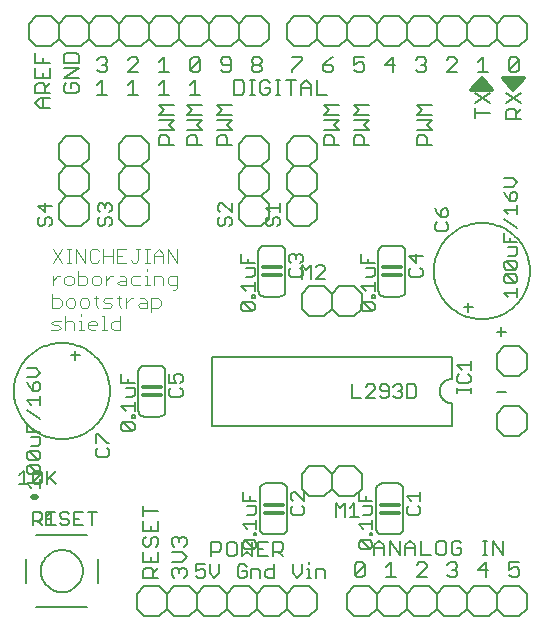
<source format=gto>
G75*
G70*
%OFA0B0*%
%FSLAX24Y24*%
%IPPOS*%
%LPD*%
%AMOC8*
5,1,8,0,0,1.08239X$1,22.5*
%
%ADD10C,0.0050*%
%ADD11C,0.0060*%
%ADD12C,0.0070*%
%ADD13C,0.0120*%
%ADD14C,0.0040*%
%ADD15C,0.0080*%
%ADD16C,0.0200*%
D10*
X001819Y003676D02*
X001819Y004127D01*
X002044Y004127D01*
X002119Y004051D01*
X002119Y003901D01*
X002044Y003826D01*
X001819Y003826D01*
X001832Y003831D02*
X002058Y003831D01*
X002133Y003906D01*
X002133Y004056D01*
X002058Y004131D01*
X001832Y004131D01*
X001832Y003681D01*
X001969Y003826D02*
X002119Y003676D01*
X002133Y003681D02*
X001983Y003831D01*
X002279Y003901D02*
X002429Y003901D01*
X002293Y003981D02*
X002443Y004131D01*
X002443Y003681D01*
X002579Y003676D02*
X002279Y003676D01*
X002279Y004127D01*
X002579Y004127D01*
X002739Y004051D02*
X002739Y003976D01*
X002814Y003901D01*
X002965Y003901D01*
X003040Y003826D01*
X003040Y003751D01*
X002965Y003676D01*
X002814Y003676D01*
X002739Y003751D01*
X002593Y003681D02*
X002293Y003681D01*
X002739Y004051D02*
X002814Y004127D01*
X002965Y004127D01*
X003040Y004051D01*
X003200Y004127D02*
X003200Y003676D01*
X003500Y003676D01*
X003350Y003901D02*
X003200Y003901D01*
X003200Y004127D02*
X003500Y004127D01*
X003660Y004127D02*
X003960Y004127D01*
X003810Y004127D02*
X003810Y003676D01*
X002593Y005051D02*
X002368Y005276D01*
X002293Y005201D02*
X002593Y005501D01*
X002293Y005501D02*
X002293Y005051D01*
X002133Y005126D02*
X002058Y005051D01*
X001907Y005051D01*
X001832Y005126D01*
X002133Y005426D01*
X002133Y005126D01*
X002069Y005083D02*
X001618Y005083D01*
X001768Y004933D01*
X001672Y005051D02*
X001372Y005051D01*
X001522Y005051D02*
X001522Y005501D01*
X001372Y005351D01*
X001618Y005468D02*
X001618Y005618D01*
X001693Y005693D01*
X001994Y005393D01*
X002069Y005468D01*
X002069Y005618D01*
X001994Y005693D01*
X001693Y005693D01*
X001693Y005853D02*
X001618Y005928D01*
X001618Y006079D01*
X001693Y006154D01*
X001994Y005853D01*
X002069Y005928D01*
X002069Y006079D01*
X001994Y006154D01*
X001693Y006154D01*
X001768Y006314D02*
X001994Y006314D01*
X002069Y006389D01*
X002069Y006614D01*
X001768Y006614D01*
X001844Y006774D02*
X001844Y006924D01*
X002069Y006774D02*
X001618Y006774D01*
X001618Y007074D01*
X001618Y007535D02*
X002069Y007234D01*
X002069Y007695D02*
X002069Y007995D01*
X002069Y007845D02*
X001618Y007845D01*
X001768Y007695D01*
X001844Y008155D02*
X001693Y008305D01*
X001618Y008455D01*
X001618Y008616D02*
X001919Y008616D01*
X002069Y008766D01*
X001919Y008916D01*
X001618Y008916D01*
X001919Y008455D02*
X001844Y008380D01*
X001844Y008155D01*
X001994Y008155D01*
X002069Y008230D01*
X002069Y008380D01*
X001994Y008455D01*
X001919Y008455D01*
X003918Y006716D02*
X003918Y006416D01*
X003993Y006256D02*
X003918Y006181D01*
X003918Y006030D01*
X003993Y005955D01*
X004294Y005955D01*
X004369Y006030D01*
X004369Y006181D01*
X004294Y006256D01*
X004294Y006416D02*
X004369Y006416D01*
X004294Y006416D02*
X003993Y006716D01*
X003918Y006716D01*
X004768Y006879D02*
X004768Y007030D01*
X004843Y007105D01*
X005144Y006804D01*
X005219Y006879D01*
X005219Y007030D01*
X005144Y007105D01*
X004843Y007105D01*
X004768Y006879D02*
X004843Y006804D01*
X005144Y006804D01*
X005144Y007265D02*
X005144Y007340D01*
X005219Y007340D01*
X005219Y007265D01*
X005144Y007265D01*
X005219Y007495D02*
X005219Y007795D01*
X005219Y007645D02*
X004768Y007645D01*
X004918Y007495D01*
X004918Y007955D02*
X005144Y007955D01*
X005219Y008030D01*
X005219Y008256D01*
X004918Y008256D01*
X004994Y008416D02*
X004994Y008566D01*
X005219Y008416D02*
X004768Y008416D01*
X004768Y008716D01*
X006368Y008716D02*
X006368Y008416D01*
X006594Y008416D01*
X006518Y008566D01*
X006518Y008641D01*
X006594Y008716D01*
X006744Y008716D01*
X006819Y008641D01*
X006819Y008491D01*
X006744Y008416D01*
X006744Y008256D02*
X006819Y008181D01*
X006819Y008030D01*
X006744Y007955D01*
X006443Y007955D01*
X006368Y008030D01*
X006368Y008181D01*
X006443Y008256D01*
X008843Y010804D02*
X008768Y010879D01*
X008768Y011030D01*
X008843Y011105D01*
X009144Y010804D01*
X009219Y010879D01*
X009219Y011030D01*
X009144Y011105D01*
X008843Y011105D01*
X009144Y011265D02*
X009144Y011340D01*
X009219Y011340D01*
X009219Y011265D01*
X009144Y011265D01*
X009219Y011495D02*
X009219Y011795D01*
X009219Y011645D02*
X008768Y011645D01*
X008918Y011495D01*
X008918Y011955D02*
X009144Y011955D01*
X009219Y012030D01*
X009219Y012256D01*
X008918Y012256D01*
X008994Y012416D02*
X008994Y012566D01*
X009219Y012416D02*
X008768Y012416D01*
X008768Y012716D01*
X008374Y013646D02*
X008449Y013721D01*
X008449Y013871D01*
X008374Y013946D01*
X008299Y013946D01*
X008224Y013871D01*
X008224Y013721D01*
X008148Y013646D01*
X008073Y013646D01*
X007998Y013721D01*
X007998Y013871D01*
X008073Y013946D01*
X008073Y014107D02*
X007998Y014182D01*
X007998Y014332D01*
X008073Y014407D01*
X008148Y014407D01*
X008449Y014107D01*
X008449Y014407D01*
X009598Y014257D02*
X010049Y014257D01*
X010049Y014107D02*
X010049Y014407D01*
X009748Y014107D02*
X009598Y014257D01*
X009673Y013946D02*
X009598Y013871D01*
X009598Y013721D01*
X009673Y013646D01*
X009748Y013646D01*
X009824Y013721D01*
X009824Y013871D01*
X009899Y013946D01*
X009974Y013946D01*
X010049Y013871D01*
X010049Y013721D01*
X009974Y013646D01*
X010443Y012716D02*
X010368Y012641D01*
X010368Y012491D01*
X010443Y012416D01*
X010443Y012256D02*
X010368Y012181D01*
X010368Y012030D01*
X010443Y011955D01*
X010744Y011955D01*
X010819Y012030D01*
X010819Y012181D01*
X010744Y012256D01*
X010789Y012347D02*
X010939Y012196D01*
X011089Y012347D01*
X011089Y011896D01*
X011249Y011896D02*
X011549Y012196D01*
X011549Y012271D01*
X011474Y012347D01*
X011324Y012347D01*
X011249Y012271D01*
X011249Y011896D02*
X011549Y011896D01*
X010789Y011896D02*
X010789Y012347D01*
X010744Y012416D02*
X010819Y012491D01*
X010819Y012641D01*
X010744Y012716D01*
X010669Y012716D01*
X010594Y012641D01*
X010594Y012566D01*
X010594Y012641D02*
X010518Y012716D01*
X010443Y012716D01*
X009144Y010804D02*
X008843Y010804D01*
X012467Y008377D02*
X012467Y007926D01*
X012767Y007926D01*
X012927Y007926D02*
X013227Y008226D01*
X013227Y008301D01*
X013152Y008377D01*
X013002Y008377D01*
X012927Y008301D01*
X012927Y007926D02*
X013227Y007926D01*
X013387Y008001D02*
X013463Y007926D01*
X013613Y007926D01*
X013688Y008001D01*
X013688Y008301D01*
X013613Y008377D01*
X013463Y008377D01*
X013387Y008301D01*
X013387Y008226D01*
X013463Y008151D01*
X013688Y008151D01*
X013848Y008001D02*
X013923Y007926D01*
X014073Y007926D01*
X014148Y008001D01*
X014148Y008076D01*
X014073Y008151D01*
X013998Y008151D01*
X014073Y008151D02*
X014148Y008226D01*
X014148Y008301D01*
X014073Y008377D01*
X013923Y008377D01*
X013848Y008301D01*
X014308Y008377D02*
X014308Y007926D01*
X014533Y007926D01*
X014608Y008001D01*
X014608Y008301D01*
X014533Y008377D01*
X014308Y008377D01*
X015968Y008480D02*
X016043Y008405D01*
X016344Y008405D01*
X016419Y008480D01*
X016419Y008631D01*
X016344Y008706D01*
X016419Y008866D02*
X016419Y009166D01*
X016419Y009016D02*
X015968Y009016D01*
X016118Y008866D01*
X016043Y008706D02*
X015968Y008631D01*
X015968Y008480D01*
X015968Y008249D02*
X015968Y008099D01*
X015968Y008174D02*
X016419Y008174D01*
X016419Y008099D02*
X016419Y008249D01*
X017289Y008121D02*
X017589Y008121D01*
X017439Y009971D02*
X017439Y010271D01*
X017289Y010121D02*
X017589Y010121D01*
X017668Y011276D02*
X017518Y011426D01*
X017969Y011426D01*
X017969Y011276D02*
X017969Y011576D01*
X017894Y011737D02*
X017593Y012037D01*
X017894Y012037D01*
X017969Y011962D01*
X017969Y011812D01*
X017894Y011737D01*
X017593Y011737D01*
X017518Y011812D01*
X017518Y011962D01*
X017593Y012037D01*
X017593Y012197D02*
X017518Y012272D01*
X017518Y012422D01*
X017593Y012497D01*
X017894Y012197D01*
X017969Y012272D01*
X017969Y012422D01*
X017894Y012497D01*
X017593Y012497D01*
X017668Y012657D02*
X017894Y012657D01*
X017969Y012732D01*
X017969Y012957D01*
X017668Y012957D01*
X017744Y013118D02*
X017744Y013268D01*
X017969Y013118D02*
X017518Y013118D01*
X017518Y013418D01*
X017518Y013878D02*
X017969Y013578D01*
X017969Y014038D02*
X017969Y014339D01*
X017969Y014188D02*
X017518Y014188D01*
X017668Y014038D01*
X017744Y014499D02*
X017744Y014724D01*
X017819Y014799D01*
X017894Y014799D01*
X017969Y014724D01*
X017969Y014574D01*
X017894Y014499D01*
X017744Y014499D01*
X017593Y014649D01*
X017518Y014799D01*
X017518Y014959D02*
X017819Y014959D01*
X017969Y015109D01*
X017819Y015259D01*
X017518Y015259D01*
X015669Y014162D02*
X015669Y014012D01*
X015594Y013937D01*
X015444Y013937D01*
X015444Y014162D01*
X015519Y014237D01*
X015594Y014237D01*
X015669Y014162D01*
X015444Y013937D02*
X015293Y014087D01*
X015218Y014237D01*
X015293Y013776D02*
X015218Y013701D01*
X015218Y013551D01*
X015293Y013476D01*
X015594Y013476D01*
X015669Y013551D01*
X015669Y013701D01*
X015594Y013776D01*
X014819Y012641D02*
X014368Y012641D01*
X014594Y012416D01*
X014594Y012716D01*
X014744Y012256D02*
X014819Y012181D01*
X014819Y012030D01*
X014744Y011955D01*
X014443Y011955D01*
X014368Y012030D01*
X014368Y012181D01*
X014443Y012256D01*
X013219Y012256D02*
X013219Y012030D01*
X013144Y011955D01*
X012918Y011955D01*
X012918Y012256D02*
X013219Y012256D01*
X013219Y012416D02*
X012768Y012416D01*
X012768Y012716D01*
X012994Y012566D02*
X012994Y012416D01*
X013219Y011795D02*
X013219Y011495D01*
X013219Y011645D02*
X012768Y011645D01*
X012918Y011495D01*
X013144Y011340D02*
X013144Y011265D01*
X013219Y011265D01*
X013219Y011340D01*
X013144Y011340D01*
X013144Y011105D02*
X012843Y011105D01*
X013144Y010804D01*
X013219Y010879D01*
X013219Y011030D01*
X013144Y011105D01*
X012843Y011105D02*
X012768Y011030D01*
X012768Y010879D01*
X012843Y010804D01*
X013144Y010804D01*
X017593Y012197D02*
X017894Y012197D01*
X014748Y004787D02*
X014748Y004487D01*
X014748Y004637D02*
X014297Y004637D01*
X014448Y004487D01*
X014373Y004327D02*
X014297Y004251D01*
X014297Y004101D01*
X014373Y004026D01*
X014673Y004026D01*
X014748Y004101D01*
X014748Y004251D01*
X014673Y004327D01*
X013148Y004326D02*
X013148Y004101D01*
X013073Y004026D01*
X012848Y004026D01*
X012689Y003956D02*
X012388Y003956D01*
X012538Y003956D02*
X012538Y004407D01*
X012388Y004256D01*
X012228Y004407D02*
X012228Y003956D01*
X012078Y004256D02*
X012228Y004407D01*
X012078Y004256D02*
X011928Y004407D01*
X011928Y003956D01*
X012697Y003716D02*
X013148Y003716D01*
X013148Y003566D02*
X013148Y003866D01*
X012848Y003566D02*
X012697Y003716D01*
X013073Y003411D02*
X013073Y003336D01*
X013148Y003336D01*
X013148Y003411D01*
X013073Y003411D01*
X013073Y003176D02*
X012773Y003176D01*
X013073Y002875D01*
X013148Y002950D01*
X013148Y003100D01*
X013073Y003176D01*
X012773Y003176D02*
X012697Y003100D01*
X012697Y002950D01*
X012773Y002875D01*
X013073Y002875D01*
X013148Y004326D02*
X012848Y004326D01*
X012923Y004487D02*
X012923Y004637D01*
X013148Y004487D02*
X012697Y004487D01*
X012697Y004787D01*
X010874Y004787D02*
X010874Y004487D01*
X010574Y004787D01*
X010499Y004787D01*
X010423Y004712D01*
X010423Y004562D01*
X010499Y004487D01*
X010499Y004327D02*
X010423Y004251D01*
X010423Y004101D01*
X010499Y004026D01*
X010799Y004026D01*
X010874Y004101D01*
X010874Y004251D01*
X010799Y004327D01*
X009274Y004326D02*
X009274Y004101D01*
X009199Y004026D01*
X008974Y004026D01*
X008823Y003716D02*
X009274Y003716D01*
X009274Y003566D02*
X009274Y003866D01*
X008974Y003566D02*
X008823Y003716D01*
X009199Y003411D02*
X009199Y003336D01*
X009274Y003336D01*
X009274Y003411D01*
X009199Y003411D01*
X009199Y003176D02*
X008899Y003176D01*
X009199Y002875D01*
X009274Y002950D01*
X009274Y003100D01*
X009199Y003176D01*
X009199Y002875D02*
X008899Y002875D01*
X008823Y002950D01*
X008823Y003100D01*
X008899Y003176D01*
X008878Y002371D02*
X008728Y002371D01*
X008653Y002296D01*
X008653Y001996D01*
X008728Y001921D01*
X008878Y001921D01*
X008953Y001996D01*
X008953Y002146D01*
X008803Y002146D01*
X008953Y002296D02*
X008878Y002371D01*
X009113Y002221D02*
X009339Y002221D01*
X009414Y002146D01*
X009414Y001921D01*
X009574Y001996D02*
X009574Y002146D01*
X009649Y002221D01*
X009874Y002221D01*
X009874Y002371D02*
X009874Y001921D01*
X009649Y001921D01*
X009574Y001996D01*
X009113Y001921D02*
X009113Y002221D01*
X008033Y002071D02*
X008033Y002371D01*
X008033Y002071D02*
X007882Y001921D01*
X007732Y002071D01*
X007732Y002371D01*
X007572Y002371D02*
X007272Y002371D01*
X007272Y002146D01*
X007422Y002221D01*
X007497Y002221D01*
X007572Y002146D01*
X007572Y001996D01*
X007497Y001921D01*
X007347Y001921D01*
X007272Y001996D01*
X008974Y004326D02*
X009274Y004326D01*
X009274Y004487D02*
X008823Y004487D01*
X008823Y004787D01*
X009049Y004637D02*
X009049Y004487D01*
X010494Y002371D02*
X010494Y002071D01*
X010645Y001921D01*
X010795Y002071D01*
X010795Y002371D01*
X010955Y002221D02*
X011030Y002221D01*
X011030Y001921D01*
X010955Y001921D02*
X011105Y001921D01*
X011262Y001921D02*
X011262Y002221D01*
X011487Y002221D01*
X011562Y002146D01*
X011562Y001921D01*
X011030Y002371D02*
X011030Y002446D01*
X002069Y004933D02*
X002069Y005233D01*
X001994Y005393D02*
X001693Y005393D01*
X001618Y005468D01*
X001832Y005426D02*
X001832Y005126D01*
X001832Y005426D02*
X001907Y005501D01*
X002058Y005501D01*
X002133Y005426D01*
X001994Y005853D02*
X001693Y005853D01*
X002073Y013646D02*
X002148Y013646D01*
X002224Y013721D01*
X002224Y013871D01*
X002299Y013946D01*
X002374Y013946D01*
X002449Y013871D01*
X002449Y013721D01*
X002374Y013646D01*
X002073Y013646D02*
X001998Y013721D01*
X001998Y013871D01*
X002073Y013946D01*
X002224Y014107D02*
X002224Y014407D01*
X002449Y014332D02*
X001998Y014332D01*
X002224Y014107D01*
X003998Y014182D02*
X003998Y014332D01*
X004073Y014407D01*
X004148Y014407D01*
X004224Y014332D01*
X004299Y014407D01*
X004374Y014407D01*
X004449Y014332D01*
X004449Y014182D01*
X004374Y014107D01*
X004374Y013946D02*
X004449Y013871D01*
X004449Y013721D01*
X004374Y013646D01*
X004224Y013721D02*
X004224Y013871D01*
X004299Y013946D01*
X004374Y013946D01*
X004224Y013721D02*
X004148Y013646D01*
X004073Y013646D01*
X003998Y013721D01*
X003998Y013871D01*
X004073Y013946D01*
X004073Y014107D02*
X003998Y014182D01*
X004224Y014257D02*
X004224Y014332D01*
D11*
X004694Y014401D02*
X004694Y013901D01*
X004944Y013651D01*
X005444Y013651D01*
X005694Y013901D01*
X005694Y014401D01*
X005444Y014651D01*
X005694Y014901D01*
X005694Y015401D01*
X005444Y015651D01*
X005694Y015901D01*
X005694Y016401D01*
X005444Y016651D01*
X004944Y016651D01*
X004694Y016401D01*
X004694Y015901D01*
X004944Y015651D01*
X005444Y015651D01*
X004944Y015651D02*
X004694Y015401D01*
X004694Y014901D01*
X004944Y014651D01*
X005444Y014651D01*
X004944Y014651D02*
X004694Y014401D01*
X003694Y014401D02*
X003694Y013901D01*
X003444Y013651D01*
X002944Y013651D01*
X002694Y013901D01*
X002694Y014401D01*
X002944Y014651D01*
X002694Y014901D01*
X002694Y015401D01*
X002944Y015651D01*
X002694Y015901D01*
X002694Y016401D01*
X002944Y016651D01*
X003444Y016651D01*
X003694Y016401D01*
X003694Y015901D01*
X003444Y015651D01*
X003694Y015401D01*
X003694Y014901D01*
X003444Y014651D01*
X003694Y014401D01*
X003444Y014651D02*
X002944Y014651D01*
X002944Y015651D02*
X003444Y015651D01*
X002402Y017576D02*
X002074Y017576D01*
X001910Y017740D01*
X002074Y017904D01*
X002402Y017904D01*
X002402Y018084D02*
X001910Y018084D01*
X001910Y018329D01*
X001992Y018411D01*
X002156Y018411D01*
X002238Y018329D01*
X002238Y018084D01*
X002238Y018247D02*
X002402Y018411D01*
X002402Y018591D02*
X002402Y018919D01*
X002402Y019099D02*
X001910Y019099D01*
X001910Y019426D01*
X001944Y019651D02*
X001694Y019901D01*
X001694Y020401D01*
X001944Y020651D01*
X002444Y020651D01*
X002694Y020401D01*
X002944Y020651D01*
X003444Y020651D01*
X003694Y020401D01*
X003944Y020651D01*
X004444Y020651D01*
X004694Y020401D01*
X004944Y020651D01*
X005444Y020651D01*
X005694Y020401D01*
X005944Y020651D01*
X006444Y020651D01*
X006694Y020401D01*
X006944Y020651D01*
X007444Y020651D01*
X007694Y020401D01*
X007944Y020651D01*
X008444Y020651D01*
X008694Y020401D01*
X008944Y020651D01*
X009444Y020651D01*
X009694Y020401D01*
X009694Y019901D01*
X009444Y019651D01*
X008944Y019651D01*
X008694Y019901D01*
X008444Y019651D01*
X007944Y019651D01*
X007694Y019901D01*
X007694Y020401D01*
X007694Y019901D02*
X007444Y019651D01*
X006944Y019651D01*
X006694Y019901D01*
X006444Y019651D01*
X005944Y019651D01*
X005694Y019901D01*
X005444Y019651D01*
X004944Y019651D01*
X004694Y019901D01*
X004694Y020401D01*
X004694Y019901D02*
X004444Y019651D01*
X003944Y019651D01*
X003694Y019901D01*
X003444Y019651D01*
X002944Y019651D01*
X002694Y019901D01*
X002444Y019651D01*
X001944Y019651D01*
X002156Y019262D02*
X002156Y019099D01*
X001910Y018919D02*
X001910Y018591D01*
X002402Y018591D01*
X002156Y018591D02*
X002156Y018755D01*
X002865Y018594D02*
X003356Y018921D01*
X002865Y018921D01*
X002865Y019101D02*
X002865Y019347D01*
X002947Y019429D01*
X003274Y019429D01*
X003356Y019347D01*
X003356Y019101D01*
X002865Y019101D01*
X002865Y018594D02*
X003356Y018594D01*
X003274Y018414D02*
X003110Y018414D01*
X003110Y018250D01*
X002947Y018414D02*
X002865Y018332D01*
X002865Y018168D01*
X002947Y018086D01*
X003274Y018086D01*
X003356Y018168D01*
X003356Y018332D01*
X003274Y018414D01*
X003974Y018365D02*
X004140Y018532D01*
X004140Y018031D01*
X003974Y018031D02*
X004307Y018031D01*
X005005Y018031D02*
X005339Y018031D01*
X005172Y018031D02*
X005172Y018532D01*
X005005Y018365D01*
X005005Y018781D02*
X005339Y019115D01*
X005339Y019198D01*
X005255Y019282D01*
X005088Y019282D01*
X005005Y019198D01*
X005005Y018781D02*
X005339Y018781D01*
X006036Y018781D02*
X006370Y018781D01*
X006203Y018781D02*
X006203Y019282D01*
X006036Y019115D01*
X006203Y018532D02*
X006036Y018365D01*
X006203Y018532D02*
X006203Y018031D01*
X006036Y018031D02*
X006370Y018031D01*
X006522Y017701D02*
X006022Y017701D01*
X006188Y017534D01*
X006022Y017367D01*
X006522Y017367D01*
X006522Y017185D02*
X006022Y017185D01*
X006022Y016852D02*
X006522Y016852D01*
X006355Y017018D01*
X006522Y017185D01*
X006272Y016670D02*
X006105Y016670D01*
X006022Y016586D01*
X006022Y016336D01*
X006522Y016336D01*
X006355Y016336D02*
X006355Y016586D01*
X006272Y016670D01*
X006982Y016586D02*
X006982Y016336D01*
X007482Y016336D01*
X007315Y016336D02*
X007315Y016586D01*
X007232Y016670D01*
X007065Y016670D01*
X006982Y016586D01*
X006982Y016852D02*
X007482Y016852D01*
X007315Y017018D01*
X007482Y017185D01*
X006982Y017185D01*
X006982Y017367D02*
X007148Y017534D01*
X006982Y017701D01*
X007482Y017701D01*
X007401Y018031D02*
X007067Y018031D01*
X007234Y018031D02*
X007234Y018532D01*
X007067Y018365D01*
X007151Y018781D02*
X007067Y018865D01*
X007401Y019198D01*
X007401Y018865D01*
X007318Y018781D01*
X007151Y018781D01*
X007067Y018865D02*
X007067Y019198D01*
X007151Y019282D01*
X007318Y019282D01*
X007401Y019198D01*
X008099Y019198D02*
X008099Y019115D01*
X008182Y019031D01*
X008432Y019031D01*
X008432Y018865D02*
X008349Y018781D01*
X008182Y018781D01*
X008099Y018865D01*
X008099Y019198D02*
X008182Y019282D01*
X008349Y019282D01*
X008432Y019198D01*
X008432Y018865D01*
X009130Y018865D02*
X009130Y018948D01*
X009213Y019031D01*
X009380Y019031D01*
X009464Y018948D01*
X009464Y018865D01*
X009380Y018781D01*
X009213Y018781D01*
X009130Y018865D01*
X009213Y019031D02*
X009130Y019115D01*
X009130Y019198D01*
X009213Y019282D01*
X009380Y019282D01*
X009464Y019198D01*
X009464Y019115D01*
X009380Y019031D01*
X008694Y019901D02*
X008694Y020401D01*
X010294Y020401D02*
X010294Y019901D01*
X010544Y019651D01*
X011044Y019651D01*
X011294Y019901D01*
X011294Y020401D01*
X011044Y020651D01*
X010544Y020651D01*
X010294Y020401D01*
X011294Y020401D02*
X011544Y020651D01*
X012044Y020651D01*
X012294Y020401D01*
X012544Y020651D01*
X013044Y020651D01*
X013294Y020401D01*
X013544Y020651D01*
X014044Y020651D01*
X014294Y020401D01*
X014544Y020651D01*
X015044Y020651D01*
X015294Y020401D01*
X015544Y020651D01*
X016044Y020651D01*
X016294Y020401D01*
X016544Y020651D01*
X017044Y020651D01*
X017294Y020401D01*
X017544Y020651D01*
X018044Y020651D01*
X018294Y020401D01*
X018294Y019901D01*
X018044Y019651D01*
X017544Y019651D01*
X017294Y019901D01*
X017044Y019651D01*
X016544Y019651D01*
X016294Y019901D01*
X016294Y020401D01*
X016294Y019901D02*
X016044Y019651D01*
X015544Y019651D01*
X015294Y019901D01*
X015044Y019651D01*
X014544Y019651D01*
X014294Y019901D01*
X014044Y019651D01*
X013544Y019651D01*
X013294Y019901D01*
X013294Y020401D01*
X013294Y019901D02*
X013044Y019651D01*
X012544Y019651D01*
X012294Y019901D01*
X012044Y019651D01*
X011544Y019651D01*
X011294Y019901D01*
X010807Y019282D02*
X010807Y019198D01*
X010474Y018865D01*
X010474Y018781D01*
X010474Y019282D02*
X010807Y019282D01*
X011505Y019031D02*
X011505Y018865D01*
X011588Y018781D01*
X011755Y018781D01*
X011839Y018865D01*
X011839Y018948D01*
X011755Y019031D01*
X011505Y019031D01*
X011672Y019198D01*
X011839Y019282D01*
X012536Y019282D02*
X012536Y019031D01*
X012703Y019115D01*
X012786Y019115D01*
X012870Y019031D01*
X012870Y018865D01*
X012786Y018781D01*
X012620Y018781D01*
X012536Y018865D01*
X012536Y019282D02*
X012870Y019282D01*
X012294Y019901D02*
X012294Y020401D01*
X013567Y019031D02*
X013901Y019031D01*
X013818Y018781D02*
X013818Y019282D01*
X013567Y019031D01*
X014294Y019901D02*
X014294Y020401D01*
X015294Y020401D02*
X015294Y019901D01*
X015713Y019282D02*
X015630Y019198D01*
X015713Y019282D02*
X015880Y019282D01*
X015964Y019198D01*
X015964Y019115D01*
X015630Y018781D01*
X015964Y018781D01*
X016661Y018781D02*
X016995Y018781D01*
X016828Y018781D02*
X016828Y019282D01*
X016661Y019115D01*
X017294Y019901D02*
X017294Y020401D01*
X017776Y019282D02*
X017693Y019198D01*
X017693Y018865D01*
X018026Y019198D01*
X018026Y018865D01*
X017943Y018781D01*
X017776Y018781D01*
X017693Y018865D01*
X017776Y019282D02*
X017943Y019282D01*
X018026Y019198D01*
X018114Y018080D02*
X017613Y017747D01*
X017697Y017565D02*
X017864Y017565D01*
X017947Y017481D01*
X017947Y017231D01*
X018114Y017231D02*
X017613Y017231D01*
X017613Y017481D01*
X017697Y017565D01*
X017947Y017398D02*
X018114Y017565D01*
X018114Y017747D02*
X017613Y018080D01*
X017062Y018085D02*
X016562Y017752D01*
X016562Y017570D02*
X016562Y017236D01*
X016562Y017403D02*
X017062Y017403D01*
X017062Y017752D02*
X016562Y018085D01*
X015132Y017701D02*
X014632Y017701D01*
X014798Y017534D01*
X014632Y017367D01*
X015132Y017367D01*
X015132Y017185D02*
X014632Y017185D01*
X014632Y016852D02*
X015132Y016852D01*
X014965Y017018D01*
X015132Y017185D01*
X014882Y016670D02*
X014715Y016670D01*
X014632Y016586D01*
X014632Y016336D01*
X015132Y016336D01*
X014965Y016336D02*
X014965Y016586D01*
X014882Y016670D01*
X013032Y016852D02*
X012865Y017018D01*
X013032Y017185D01*
X012532Y017185D01*
X012532Y017367D02*
X012698Y017534D01*
X012532Y017701D01*
X013032Y017701D01*
X013032Y017367D02*
X012532Y017367D01*
X012032Y017367D02*
X011532Y017367D01*
X011698Y017534D01*
X011532Y017701D01*
X012032Y017701D01*
X012032Y017185D02*
X011532Y017185D01*
X011532Y016852D02*
X012032Y016852D01*
X011865Y017018D01*
X012032Y017185D01*
X011782Y016670D02*
X011615Y016670D01*
X011532Y016586D01*
X011532Y016336D01*
X012032Y016336D01*
X011865Y016336D02*
X011865Y016586D01*
X011782Y016670D01*
X011294Y016401D02*
X011294Y015901D01*
X011044Y015651D01*
X011294Y015401D01*
X011294Y014901D01*
X011044Y014651D01*
X011294Y014401D01*
X011294Y013901D01*
X011044Y013651D01*
X010544Y013651D01*
X010294Y013901D01*
X010294Y014401D01*
X010544Y014651D01*
X010294Y014901D01*
X010294Y015401D01*
X010544Y015651D01*
X010294Y015901D01*
X010294Y016401D01*
X010544Y016651D01*
X011044Y016651D01*
X011294Y016401D01*
X011044Y015651D02*
X010544Y015651D01*
X009694Y015401D02*
X009694Y014901D01*
X009444Y014651D01*
X009694Y014401D01*
X009694Y013901D01*
X009444Y013651D01*
X008944Y013651D01*
X008694Y013901D01*
X008694Y014401D01*
X008944Y014651D01*
X008694Y014901D01*
X008694Y015401D01*
X008944Y015651D01*
X008694Y015901D01*
X008694Y016401D01*
X008944Y016651D01*
X009444Y016651D01*
X009694Y016401D01*
X009694Y015901D01*
X009444Y015651D01*
X009694Y015401D01*
X009444Y015651D02*
X008944Y015651D01*
X008482Y016336D02*
X007982Y016336D01*
X007982Y016586D01*
X008065Y016670D01*
X008232Y016670D01*
X008315Y016586D01*
X008315Y016336D01*
X008482Y016852D02*
X007982Y016852D01*
X007982Y017185D02*
X008482Y017185D01*
X008315Y017018D01*
X008482Y016852D01*
X008482Y017367D02*
X007982Y017367D01*
X008148Y017534D01*
X007982Y017701D01*
X008482Y017701D01*
X007482Y017367D02*
X006982Y017367D01*
X006694Y019901D02*
X006694Y020401D01*
X005694Y020401D02*
X005694Y019901D01*
X004307Y019198D02*
X004307Y019115D01*
X004224Y019031D01*
X004307Y018948D01*
X004307Y018865D01*
X004224Y018781D01*
X004057Y018781D01*
X003974Y018865D01*
X004140Y019031D02*
X004224Y019031D01*
X004307Y019198D02*
X004224Y019282D01*
X004057Y019282D01*
X003974Y019198D01*
X003694Y019901D02*
X003694Y020401D01*
X002694Y020401D02*
X002694Y019901D01*
X002156Y017904D02*
X002156Y017576D01*
X008944Y014651D02*
X009444Y014651D01*
X010544Y014651D02*
X011044Y014651D01*
X010044Y013001D02*
X009544Y013001D01*
X009518Y012999D01*
X009492Y012994D01*
X009467Y012986D01*
X009444Y012974D01*
X009422Y012960D01*
X009403Y012942D01*
X009385Y012923D01*
X009371Y012901D01*
X009359Y012878D01*
X009351Y012853D01*
X009346Y012827D01*
X009344Y012801D01*
X009344Y011501D01*
X009346Y011475D01*
X009351Y011449D01*
X009359Y011424D01*
X009371Y011401D01*
X009385Y011379D01*
X009403Y011360D01*
X009422Y011342D01*
X009444Y011328D01*
X009467Y011316D01*
X009492Y011308D01*
X009518Y011303D01*
X009544Y011301D01*
X010044Y011301D01*
X010070Y011303D01*
X010096Y011308D01*
X010121Y011316D01*
X010144Y011328D01*
X010166Y011342D01*
X010185Y011360D01*
X010203Y011379D01*
X010217Y011401D01*
X010229Y011424D01*
X010237Y011449D01*
X010242Y011475D01*
X010244Y011501D01*
X010244Y012801D01*
X010242Y012827D01*
X010237Y012853D01*
X010229Y012878D01*
X010217Y012901D01*
X010203Y012923D01*
X010185Y012942D01*
X010166Y012960D01*
X010144Y012974D01*
X010121Y012986D01*
X010096Y012994D01*
X010070Y012999D01*
X010044Y013001D01*
X011044Y011651D02*
X010794Y011401D01*
X010794Y010901D01*
X011044Y010651D01*
X011544Y010651D01*
X011794Y010901D01*
X012044Y010651D01*
X012544Y010651D01*
X012794Y010901D01*
X012794Y011401D01*
X012544Y011651D01*
X012044Y011651D01*
X011794Y011401D01*
X011794Y010901D01*
X011794Y011401D02*
X011544Y011651D01*
X011044Y011651D01*
X013344Y011501D02*
X013344Y012801D01*
X013346Y012827D01*
X013351Y012853D01*
X013359Y012878D01*
X013371Y012901D01*
X013385Y012923D01*
X013403Y012942D01*
X013422Y012960D01*
X013444Y012974D01*
X013467Y012986D01*
X013492Y012994D01*
X013518Y012999D01*
X013544Y013001D01*
X014044Y013001D01*
X014070Y012999D01*
X014096Y012994D01*
X014121Y012986D01*
X014144Y012974D01*
X014166Y012960D01*
X014185Y012942D01*
X014203Y012923D01*
X014217Y012901D01*
X014229Y012878D01*
X014237Y012853D01*
X014242Y012827D01*
X014244Y012801D01*
X014244Y011501D01*
X014242Y011475D01*
X014237Y011449D01*
X014229Y011424D01*
X014217Y011401D01*
X014203Y011379D01*
X014185Y011360D01*
X014166Y011342D01*
X014144Y011328D01*
X014121Y011316D01*
X014096Y011308D01*
X014070Y011303D01*
X014044Y011301D01*
X013544Y011301D01*
X013518Y011303D01*
X013492Y011308D01*
X013467Y011316D01*
X013444Y011328D01*
X013422Y011342D01*
X013403Y011360D01*
X013385Y011379D01*
X013371Y011401D01*
X013359Y011424D01*
X013351Y011449D01*
X013346Y011475D01*
X013344Y011501D01*
X015794Y009301D02*
X015794Y008551D01*
X015755Y008549D01*
X015716Y008543D01*
X015678Y008534D01*
X015641Y008521D01*
X015605Y008504D01*
X015572Y008484D01*
X015540Y008460D01*
X015511Y008434D01*
X015485Y008405D01*
X015461Y008373D01*
X015441Y008340D01*
X015424Y008304D01*
X015411Y008267D01*
X015402Y008229D01*
X015396Y008190D01*
X015394Y008151D01*
X015396Y008112D01*
X015402Y008073D01*
X015411Y008035D01*
X015424Y007998D01*
X015441Y007962D01*
X015461Y007929D01*
X015485Y007897D01*
X015511Y007868D01*
X015540Y007842D01*
X015572Y007818D01*
X015605Y007798D01*
X015641Y007781D01*
X015678Y007768D01*
X015716Y007759D01*
X015755Y007753D01*
X015794Y007751D01*
X015794Y007001D01*
X007794Y007001D01*
X007794Y009301D01*
X015794Y009301D01*
X017294Y009401D02*
X017294Y008901D01*
X017544Y008651D01*
X018044Y008651D01*
X018294Y008901D01*
X018294Y009401D01*
X018044Y009651D01*
X017544Y009651D01*
X017294Y009401D01*
X016344Y010801D02*
X016344Y011101D01*
X016494Y010951D02*
X016194Y010951D01*
X015194Y012151D02*
X015196Y012231D01*
X015202Y012310D01*
X015212Y012389D01*
X015226Y012468D01*
X015243Y012546D01*
X015265Y012623D01*
X015290Y012698D01*
X015320Y012772D01*
X015352Y012845D01*
X015389Y012916D01*
X015429Y012985D01*
X015472Y013052D01*
X015519Y013117D01*
X015568Y013179D01*
X015621Y013239D01*
X015677Y013296D01*
X015735Y013351D01*
X015796Y013402D01*
X015860Y013450D01*
X015926Y013495D01*
X015994Y013537D01*
X016064Y013575D01*
X016136Y013609D01*
X016209Y013640D01*
X016284Y013668D01*
X016361Y013691D01*
X016438Y013711D01*
X016516Y013727D01*
X016595Y013739D01*
X016674Y013747D01*
X016754Y013751D01*
X016834Y013751D01*
X016914Y013747D01*
X016993Y013739D01*
X017072Y013727D01*
X017150Y013711D01*
X017227Y013691D01*
X017304Y013668D01*
X017379Y013640D01*
X017452Y013609D01*
X017524Y013575D01*
X017594Y013537D01*
X017662Y013495D01*
X017728Y013450D01*
X017792Y013402D01*
X017853Y013351D01*
X017911Y013296D01*
X017967Y013239D01*
X018020Y013179D01*
X018069Y013117D01*
X018116Y013052D01*
X018159Y012985D01*
X018199Y012916D01*
X018236Y012845D01*
X018268Y012772D01*
X018298Y012698D01*
X018323Y012623D01*
X018345Y012546D01*
X018362Y012468D01*
X018376Y012389D01*
X018386Y012310D01*
X018392Y012231D01*
X018394Y012151D01*
X018392Y012071D01*
X018386Y011992D01*
X018376Y011913D01*
X018362Y011834D01*
X018345Y011756D01*
X018323Y011679D01*
X018298Y011604D01*
X018268Y011530D01*
X018236Y011457D01*
X018199Y011386D01*
X018159Y011317D01*
X018116Y011250D01*
X018069Y011185D01*
X018020Y011123D01*
X017967Y011063D01*
X017911Y011006D01*
X017853Y010951D01*
X017792Y010900D01*
X017728Y010852D01*
X017662Y010807D01*
X017594Y010765D01*
X017524Y010727D01*
X017452Y010693D01*
X017379Y010662D01*
X017304Y010634D01*
X017227Y010611D01*
X017150Y010591D01*
X017072Y010575D01*
X016993Y010563D01*
X016914Y010555D01*
X016834Y010551D01*
X016754Y010551D01*
X016674Y010555D01*
X016595Y010563D01*
X016516Y010575D01*
X016438Y010591D01*
X016361Y010611D01*
X016284Y010634D01*
X016209Y010662D01*
X016136Y010693D01*
X016064Y010727D01*
X015994Y010765D01*
X015926Y010807D01*
X015860Y010852D01*
X015796Y010900D01*
X015735Y010951D01*
X015677Y011006D01*
X015621Y011063D01*
X015568Y011123D01*
X015519Y011185D01*
X015472Y011250D01*
X015429Y011317D01*
X015389Y011386D01*
X015352Y011457D01*
X015320Y011530D01*
X015290Y011604D01*
X015265Y011679D01*
X015243Y011756D01*
X015226Y011834D01*
X015212Y011913D01*
X015202Y011992D01*
X015196Y012071D01*
X015194Y012151D01*
X013032Y016336D02*
X012532Y016336D01*
X012532Y016586D01*
X012615Y016670D01*
X012782Y016670D01*
X012865Y016586D01*
X012865Y016336D01*
X013032Y016852D02*
X012532Y016852D01*
X014599Y018865D02*
X014682Y018781D01*
X014849Y018781D01*
X014932Y018865D01*
X014932Y018948D01*
X014849Y019031D01*
X014766Y019031D01*
X014849Y019031D02*
X014932Y019115D01*
X014932Y019198D01*
X014849Y019282D01*
X014682Y019282D01*
X014599Y019198D01*
X006044Y009001D02*
X005544Y009001D01*
X005518Y008999D01*
X005492Y008994D01*
X005467Y008986D01*
X005444Y008974D01*
X005422Y008960D01*
X005403Y008942D01*
X005385Y008923D01*
X005371Y008901D01*
X005359Y008878D01*
X005351Y008853D01*
X005346Y008827D01*
X005344Y008801D01*
X005344Y007501D01*
X005346Y007475D01*
X005351Y007449D01*
X005359Y007424D01*
X005371Y007401D01*
X005385Y007379D01*
X005403Y007360D01*
X005422Y007342D01*
X005444Y007328D01*
X005467Y007316D01*
X005492Y007308D01*
X005518Y007303D01*
X005544Y007301D01*
X006044Y007301D01*
X006070Y007303D01*
X006096Y007308D01*
X006121Y007316D01*
X006144Y007328D01*
X006166Y007342D01*
X006185Y007360D01*
X006203Y007379D01*
X006217Y007401D01*
X006229Y007424D01*
X006237Y007449D01*
X006242Y007475D01*
X006244Y007501D01*
X006244Y008801D01*
X006242Y008827D01*
X006237Y008853D01*
X006229Y008878D01*
X006217Y008901D01*
X006203Y008923D01*
X006185Y008942D01*
X006166Y008960D01*
X006144Y008974D01*
X006121Y008986D01*
X006096Y008994D01*
X006070Y008999D01*
X006044Y009001D01*
X003394Y009351D02*
X003094Y009351D01*
X003244Y009501D02*
X003244Y009201D01*
X001194Y008151D02*
X001196Y008231D01*
X001202Y008310D01*
X001212Y008389D01*
X001226Y008468D01*
X001243Y008546D01*
X001265Y008623D01*
X001290Y008698D01*
X001320Y008772D01*
X001352Y008845D01*
X001389Y008916D01*
X001429Y008985D01*
X001472Y009052D01*
X001519Y009117D01*
X001568Y009179D01*
X001621Y009239D01*
X001677Y009296D01*
X001735Y009351D01*
X001796Y009402D01*
X001860Y009450D01*
X001926Y009495D01*
X001994Y009537D01*
X002064Y009575D01*
X002136Y009609D01*
X002209Y009640D01*
X002284Y009668D01*
X002361Y009691D01*
X002438Y009711D01*
X002516Y009727D01*
X002595Y009739D01*
X002674Y009747D01*
X002754Y009751D01*
X002834Y009751D01*
X002914Y009747D01*
X002993Y009739D01*
X003072Y009727D01*
X003150Y009711D01*
X003227Y009691D01*
X003304Y009668D01*
X003379Y009640D01*
X003452Y009609D01*
X003524Y009575D01*
X003594Y009537D01*
X003662Y009495D01*
X003728Y009450D01*
X003792Y009402D01*
X003853Y009351D01*
X003911Y009296D01*
X003967Y009239D01*
X004020Y009179D01*
X004069Y009117D01*
X004116Y009052D01*
X004159Y008985D01*
X004199Y008916D01*
X004236Y008845D01*
X004268Y008772D01*
X004298Y008698D01*
X004323Y008623D01*
X004345Y008546D01*
X004362Y008468D01*
X004376Y008389D01*
X004386Y008310D01*
X004392Y008231D01*
X004394Y008151D01*
X004392Y008071D01*
X004386Y007992D01*
X004376Y007913D01*
X004362Y007834D01*
X004345Y007756D01*
X004323Y007679D01*
X004298Y007604D01*
X004268Y007530D01*
X004236Y007457D01*
X004199Y007386D01*
X004159Y007317D01*
X004116Y007250D01*
X004069Y007185D01*
X004020Y007123D01*
X003967Y007063D01*
X003911Y007006D01*
X003853Y006951D01*
X003792Y006900D01*
X003728Y006852D01*
X003662Y006807D01*
X003594Y006765D01*
X003524Y006727D01*
X003452Y006693D01*
X003379Y006662D01*
X003304Y006634D01*
X003227Y006611D01*
X003150Y006591D01*
X003072Y006575D01*
X002993Y006563D01*
X002914Y006555D01*
X002834Y006551D01*
X002754Y006551D01*
X002674Y006555D01*
X002595Y006563D01*
X002516Y006575D01*
X002438Y006591D01*
X002361Y006611D01*
X002284Y006634D01*
X002209Y006662D01*
X002136Y006693D01*
X002064Y006727D01*
X001994Y006765D01*
X001926Y006807D01*
X001860Y006852D01*
X001796Y006900D01*
X001735Y006951D01*
X001677Y007006D01*
X001621Y007063D01*
X001568Y007123D01*
X001519Y007185D01*
X001472Y007250D01*
X001429Y007317D01*
X001389Y007386D01*
X001352Y007457D01*
X001320Y007530D01*
X001290Y007604D01*
X001265Y007679D01*
X001243Y007756D01*
X001226Y007834D01*
X001212Y007913D01*
X001202Y007992D01*
X001196Y008071D01*
X001194Y008151D01*
X005502Y004322D02*
X005502Y003989D01*
X005502Y004155D02*
X006002Y004155D01*
X006002Y003806D02*
X006002Y003473D01*
X005502Y003473D01*
X005502Y003806D01*
X005752Y003640D02*
X005752Y003473D01*
X005835Y003291D02*
X005752Y003207D01*
X005752Y003041D01*
X005668Y002957D01*
X005585Y002957D01*
X005502Y003041D01*
X005502Y003207D01*
X005585Y003291D01*
X005835Y003291D02*
X005919Y003291D01*
X006002Y003207D01*
X006002Y003041D01*
X005919Y002957D01*
X006002Y002775D02*
X006002Y002442D01*
X005502Y002442D01*
X005502Y002775D01*
X005752Y002608D02*
X005752Y002442D01*
X005752Y002260D02*
X005835Y002176D01*
X005835Y001926D01*
X005835Y002093D02*
X006002Y002260D01*
X006002Y001926D02*
X005502Y001926D01*
X005502Y002176D01*
X005585Y002260D01*
X005752Y002260D01*
X005544Y001651D02*
X005294Y001401D01*
X005294Y000901D01*
X005544Y000651D01*
X006044Y000651D01*
X006294Y000901D01*
X006544Y000651D01*
X007044Y000651D01*
X007294Y000901D01*
X007294Y001401D01*
X007044Y001651D01*
X006544Y001651D01*
X006294Y001401D01*
X006294Y000901D01*
X006294Y001401D02*
X006044Y001651D01*
X005544Y001651D01*
X006452Y002009D02*
X006452Y002176D01*
X006535Y002260D01*
X006618Y002260D01*
X006702Y002176D01*
X006785Y002260D01*
X006869Y002260D01*
X006952Y002176D01*
X006952Y002009D01*
X006869Y001926D01*
X006702Y002093D02*
X006702Y002176D01*
X006785Y002442D02*
X006452Y002442D01*
X006452Y002775D02*
X006785Y002775D01*
X006952Y002608D01*
X006785Y002442D01*
X006869Y002957D02*
X006952Y003041D01*
X006952Y003207D01*
X006869Y003291D01*
X006785Y003291D01*
X006702Y003207D01*
X006702Y003124D01*
X006702Y003207D02*
X006618Y003291D01*
X006535Y003291D01*
X006452Y003207D01*
X006452Y003041D01*
X006535Y002957D01*
X006452Y002009D02*
X006535Y001926D01*
X007294Y001401D02*
X007544Y001651D01*
X008044Y001651D01*
X008294Y001401D01*
X008544Y001651D01*
X009044Y001651D01*
X009294Y001401D01*
X009544Y001651D01*
X010044Y001651D01*
X010294Y001401D01*
X010544Y001651D01*
X011044Y001651D01*
X011294Y001401D01*
X011294Y000901D01*
X011044Y000651D01*
X010544Y000651D01*
X010294Y000901D01*
X010044Y000651D01*
X009544Y000651D01*
X009294Y000901D01*
X009044Y000651D01*
X008544Y000651D01*
X008294Y000901D01*
X008044Y000651D01*
X007544Y000651D01*
X007294Y000901D01*
X008294Y000901D02*
X008294Y001401D01*
X009294Y001401D02*
X009294Y000901D01*
X010294Y000901D02*
X010294Y001401D01*
X010099Y003372D02*
X009599Y003372D01*
X009573Y003374D01*
X009547Y003379D01*
X009522Y003387D01*
X009499Y003399D01*
X009477Y003413D01*
X009458Y003431D01*
X009440Y003450D01*
X009426Y003472D01*
X009414Y003495D01*
X009406Y003520D01*
X009401Y003546D01*
X009399Y003572D01*
X009399Y004872D01*
X009401Y004898D01*
X009406Y004924D01*
X009414Y004949D01*
X009426Y004972D01*
X009440Y004994D01*
X009458Y005013D01*
X009477Y005031D01*
X009499Y005045D01*
X009522Y005057D01*
X009547Y005065D01*
X009573Y005070D01*
X009599Y005072D01*
X010099Y005072D01*
X010125Y005070D01*
X010151Y005065D01*
X010176Y005057D01*
X010199Y005045D01*
X010221Y005031D01*
X010240Y005013D01*
X010258Y004994D01*
X010272Y004972D01*
X010284Y004949D01*
X010292Y004924D01*
X010297Y004898D01*
X010299Y004872D01*
X010299Y003572D01*
X010297Y003546D01*
X010292Y003520D01*
X010284Y003495D01*
X010272Y003472D01*
X010258Y003450D01*
X010240Y003431D01*
X010221Y003413D01*
X010199Y003399D01*
X010176Y003387D01*
X010151Y003379D01*
X010125Y003374D01*
X010099Y003372D01*
X011044Y004651D02*
X010794Y004901D01*
X010794Y005401D01*
X011044Y005651D01*
X011544Y005651D01*
X011794Y005401D01*
X012044Y005651D01*
X012544Y005651D01*
X012794Y005401D01*
X012794Y004901D01*
X012544Y004651D01*
X012044Y004651D01*
X011794Y004901D01*
X011544Y004651D01*
X011044Y004651D01*
X011794Y004901D02*
X011794Y005401D01*
X013273Y004872D02*
X013273Y003572D01*
X013275Y003546D01*
X013280Y003520D01*
X013288Y003495D01*
X013300Y003472D01*
X013314Y003450D01*
X013332Y003431D01*
X013351Y003413D01*
X013373Y003399D01*
X013396Y003387D01*
X013421Y003379D01*
X013447Y003374D01*
X013473Y003372D01*
X013973Y003372D01*
X013999Y003374D01*
X014025Y003379D01*
X014050Y003387D01*
X014073Y003399D01*
X014095Y003413D01*
X014114Y003431D01*
X014132Y003450D01*
X014146Y003472D01*
X014158Y003495D01*
X014166Y003520D01*
X014171Y003546D01*
X014173Y003572D01*
X014173Y004872D01*
X014171Y004898D01*
X014166Y004924D01*
X014158Y004949D01*
X014146Y004972D01*
X014132Y004994D01*
X014114Y005013D01*
X014095Y005031D01*
X014073Y005045D01*
X014050Y005057D01*
X014025Y005065D01*
X013999Y005070D01*
X013973Y005072D01*
X013473Y005072D01*
X013447Y005070D01*
X013421Y005065D01*
X013396Y005057D01*
X013373Y005045D01*
X013351Y005031D01*
X013332Y005013D01*
X013314Y004994D01*
X013300Y004972D01*
X013288Y004949D01*
X013280Y004924D01*
X013275Y004898D01*
X013273Y004872D01*
X012804Y002436D02*
X012638Y002436D01*
X012554Y002353D01*
X012554Y002019D01*
X012888Y002353D01*
X012888Y002019D01*
X012804Y001936D01*
X012638Y001936D01*
X012554Y002019D01*
X012544Y001651D02*
X012294Y001401D01*
X012294Y000901D01*
X012544Y000651D01*
X013044Y000651D01*
X013294Y000901D01*
X013544Y000651D01*
X014044Y000651D01*
X014294Y000901D01*
X014294Y001401D01*
X014044Y001651D01*
X013544Y001651D01*
X013294Y001401D01*
X013294Y000901D01*
X013294Y001401D02*
X013044Y001651D01*
X012544Y001651D01*
X012888Y002353D02*
X012804Y002436D01*
X013586Y002270D02*
X013752Y002436D01*
X013752Y001936D01*
X013586Y001936D02*
X013919Y001936D01*
X014294Y001401D02*
X014544Y001651D01*
X015044Y001651D01*
X015294Y001401D01*
X015544Y001651D01*
X016044Y001651D01*
X016294Y001401D01*
X016544Y001651D01*
X017044Y001651D01*
X017294Y001401D01*
X017544Y001651D01*
X018044Y001651D01*
X018294Y001401D01*
X018294Y000901D01*
X018044Y000651D01*
X017544Y000651D01*
X017294Y000901D01*
X017044Y000651D01*
X016544Y000651D01*
X016294Y000901D01*
X016044Y000651D01*
X015544Y000651D01*
X015294Y000901D01*
X015044Y000651D01*
X014544Y000651D01*
X014294Y000901D01*
X015294Y000901D02*
X015294Y001401D01*
X014950Y001936D02*
X014617Y001936D01*
X014950Y002270D01*
X014950Y002353D01*
X014867Y002436D01*
X014700Y002436D01*
X014617Y002353D01*
X015648Y002353D02*
X015731Y002436D01*
X015898Y002436D01*
X015982Y002353D01*
X015982Y002270D01*
X015898Y002186D01*
X015982Y002103D01*
X015982Y002019D01*
X015898Y001936D01*
X015731Y001936D01*
X015648Y002019D01*
X015815Y002186D02*
X015898Y002186D01*
X016679Y002186D02*
X017013Y002186D01*
X016929Y001936D02*
X016929Y002436D01*
X016679Y002186D01*
X016294Y001401D02*
X016294Y000901D01*
X017294Y000901D02*
X017294Y001401D01*
X017794Y001936D02*
X017711Y002019D01*
X017794Y001936D02*
X017961Y001936D01*
X018044Y002019D01*
X018044Y002186D01*
X017961Y002270D01*
X017877Y002270D01*
X017711Y002186D01*
X017711Y002436D01*
X018044Y002436D01*
X018044Y006651D02*
X017544Y006651D01*
X017294Y006901D01*
X017294Y007401D01*
X017544Y007651D01*
X018044Y007651D01*
X018294Y007401D01*
X018294Y006901D01*
X018044Y006651D01*
D12*
X017489Y003169D02*
X017489Y002679D01*
X017162Y003169D01*
X017162Y002679D01*
X016982Y002679D02*
X016819Y002679D01*
X016900Y002679D02*
X016900Y003169D01*
X016819Y003169D02*
X016982Y003169D01*
X016114Y003088D02*
X016033Y003169D01*
X015869Y003169D01*
X015787Y003088D01*
X015787Y002761D01*
X015869Y002679D01*
X016033Y002679D01*
X016114Y002761D01*
X016114Y002924D01*
X015951Y002924D01*
X015599Y002761D02*
X015599Y003088D01*
X015517Y003169D01*
X015354Y003169D01*
X015272Y003088D01*
X015272Y002761D01*
X015354Y002679D01*
X015517Y002679D01*
X015599Y002761D01*
X015083Y002679D02*
X014756Y002679D01*
X014756Y003169D01*
X014567Y003006D02*
X014567Y002679D01*
X014567Y002924D02*
X014241Y002924D01*
X014241Y003006D02*
X014241Y002679D01*
X014052Y002679D02*
X014052Y003169D01*
X014241Y003006D02*
X014404Y003169D01*
X014567Y003006D01*
X014052Y002679D02*
X013725Y003169D01*
X013725Y002679D01*
X013536Y002679D02*
X013536Y003006D01*
X013373Y003169D01*
X013209Y003006D01*
X013209Y002679D01*
X013209Y002924D02*
X013536Y002924D01*
X010168Y002881D02*
X010086Y002800D01*
X009841Y002800D01*
X010005Y002800D02*
X010168Y002636D01*
X010168Y002881D02*
X010168Y003045D01*
X010086Y003127D01*
X009841Y003127D01*
X009841Y002636D01*
X009653Y002636D02*
X009326Y002636D01*
X009326Y003127D01*
X009653Y003127D01*
X009489Y002881D02*
X009326Y002881D01*
X009137Y002636D02*
X009137Y003127D01*
X008810Y003127D02*
X008810Y002636D01*
X008973Y002800D01*
X009137Y002636D01*
X008621Y002718D02*
X008621Y003045D01*
X008540Y003127D01*
X008376Y003127D01*
X008294Y003045D01*
X008294Y002718D01*
X008376Y002636D01*
X008540Y002636D01*
X008621Y002718D01*
X008106Y002881D02*
X008024Y002800D01*
X007779Y002800D01*
X007779Y002636D02*
X007779Y003127D01*
X008024Y003127D01*
X008106Y003045D01*
X008106Y002881D01*
X008543Y018022D02*
X008788Y018022D01*
X008870Y018104D01*
X008870Y018431D01*
X008788Y018512D01*
X008543Y018512D01*
X008543Y018022D01*
X009059Y018022D02*
X009222Y018022D01*
X009140Y018022D02*
X009140Y018512D01*
X009059Y018512D02*
X009222Y018512D01*
X009402Y018431D02*
X009402Y018104D01*
X009484Y018022D01*
X009648Y018022D01*
X009729Y018104D01*
X009729Y018267D01*
X009566Y018267D01*
X009729Y018431D02*
X009648Y018512D01*
X009484Y018512D01*
X009402Y018431D01*
X009918Y018512D02*
X010081Y018512D01*
X010000Y018512D02*
X010000Y018022D01*
X010081Y018022D02*
X009918Y018022D01*
X010262Y018512D02*
X010589Y018512D01*
X010425Y018512D02*
X010425Y018022D01*
X010777Y018022D02*
X010777Y018349D01*
X010941Y018512D01*
X011104Y018349D01*
X011104Y018022D01*
X011293Y018022D02*
X011620Y018022D01*
X011293Y018022D02*
X011293Y018512D01*
X011104Y018267D02*
X010777Y018267D01*
D13*
X016444Y018201D02*
X016794Y018601D01*
X017144Y018201D01*
X016444Y018201D01*
X016594Y018351D02*
X016794Y018551D01*
X016944Y018301D01*
X016644Y018301D01*
X016844Y018451D01*
X017494Y018601D02*
X017844Y018201D01*
X018194Y018601D01*
X017494Y018601D01*
X017644Y018501D02*
X018044Y018501D01*
X017844Y018301D01*
X017694Y018601D01*
X017894Y018601D01*
X017844Y018501D02*
X017844Y018451D01*
X014094Y012271D02*
X013494Y012271D01*
X013494Y012021D02*
X014094Y012021D01*
X010094Y012021D02*
X009494Y012021D01*
X009494Y012271D02*
X010094Y012271D01*
X006094Y008271D02*
X005494Y008271D01*
X005494Y008021D02*
X006094Y008021D01*
X009549Y004342D02*
X010149Y004342D01*
X010149Y004092D02*
X009549Y004092D01*
X013423Y004092D02*
X014023Y004092D01*
X014023Y004342D02*
X013423Y004342D01*
D14*
X006560Y011526D02*
X006636Y011602D01*
X006636Y011986D01*
X006406Y011986D01*
X006329Y011909D01*
X006329Y011756D01*
X006406Y011679D01*
X006636Y011679D01*
X006560Y011526D02*
X006483Y011526D01*
X006176Y011679D02*
X006176Y011909D01*
X006099Y011986D01*
X005869Y011986D01*
X005869Y011679D01*
X005716Y011679D02*
X005562Y011679D01*
X005639Y011679D02*
X005639Y011986D01*
X005562Y011986D01*
X005409Y011986D02*
X005178Y011986D01*
X005102Y011909D01*
X005102Y011756D01*
X005178Y011679D01*
X005409Y011679D01*
X005395Y011238D02*
X005548Y011238D01*
X005625Y011161D01*
X005625Y010931D01*
X005395Y010931D01*
X005318Y011008D01*
X005395Y011084D01*
X005625Y011084D01*
X005778Y010931D02*
X006008Y010931D01*
X006085Y011008D01*
X006085Y011161D01*
X006008Y011238D01*
X005778Y011238D01*
X005778Y010778D01*
X005164Y011238D02*
X005088Y011238D01*
X004934Y011084D01*
X004934Y010931D02*
X004934Y011238D01*
X004781Y011238D02*
X004627Y011238D01*
X004704Y011315D02*
X004704Y011008D01*
X004781Y010931D01*
X004474Y011008D02*
X004397Y011084D01*
X004244Y011084D01*
X004167Y011161D01*
X004244Y011238D01*
X004474Y011238D01*
X004474Y011008D02*
X004397Y010931D01*
X004167Y010931D01*
X004014Y010931D02*
X003937Y011008D01*
X003937Y011315D01*
X003860Y011238D02*
X004014Y011238D01*
X003707Y011161D02*
X003707Y011008D01*
X003630Y010931D01*
X003476Y010931D01*
X003400Y011008D01*
X003400Y011161D01*
X003476Y011238D01*
X003630Y011238D01*
X003707Y011161D01*
X003246Y011161D02*
X003246Y011008D01*
X003170Y010931D01*
X003016Y010931D01*
X002939Y011008D01*
X002939Y011161D01*
X003016Y011238D01*
X003170Y011238D01*
X003246Y011161D01*
X003442Y010720D02*
X003442Y010643D01*
X003442Y010490D02*
X003442Y010183D01*
X003366Y010183D02*
X003519Y010183D01*
X003673Y010260D02*
X003673Y010413D01*
X003749Y010490D01*
X003903Y010490D01*
X003979Y010413D01*
X003979Y010336D01*
X003673Y010336D01*
X003673Y010260D02*
X003749Y010183D01*
X003903Y010183D01*
X004133Y010183D02*
X004286Y010183D01*
X004210Y010183D02*
X004210Y010643D01*
X004133Y010643D01*
X004440Y010413D02*
X004516Y010490D01*
X004747Y010490D01*
X004747Y010643D02*
X004747Y010183D01*
X004516Y010183D01*
X004440Y010260D01*
X004440Y010413D01*
X003442Y010490D02*
X003366Y010490D01*
X003212Y010413D02*
X003212Y010183D01*
X003212Y010413D02*
X003135Y010490D01*
X002982Y010490D01*
X002905Y010413D01*
X002752Y010490D02*
X002522Y010490D01*
X002445Y010413D01*
X002522Y010336D01*
X002675Y010336D01*
X002752Y010260D01*
X002675Y010183D01*
X002445Y010183D01*
X002905Y010183D02*
X002905Y010643D01*
X002709Y010931D02*
X002479Y010931D01*
X002479Y011391D01*
X002479Y011238D02*
X002709Y011238D01*
X002786Y011161D01*
X002786Y011008D01*
X002709Y010931D01*
X002493Y011679D02*
X002493Y011986D01*
X002493Y011832D02*
X002647Y011986D01*
X002723Y011986D01*
X002877Y011909D02*
X002877Y011756D01*
X002953Y011679D01*
X003107Y011679D01*
X003184Y011756D01*
X003184Y011909D01*
X003107Y011986D01*
X002953Y011986D01*
X002877Y011909D01*
X003337Y011986D02*
X003567Y011986D01*
X003644Y011909D01*
X003644Y011756D01*
X003567Y011679D01*
X003337Y011679D01*
X003337Y012139D01*
X003260Y012427D02*
X003260Y012887D01*
X003567Y012427D01*
X003567Y012887D01*
X003721Y012811D02*
X003721Y012504D01*
X003797Y012427D01*
X003951Y012427D01*
X004028Y012504D01*
X004181Y012427D02*
X004181Y012887D01*
X004028Y012811D02*
X003951Y012887D01*
X003797Y012887D01*
X003721Y012811D01*
X004181Y012657D02*
X004488Y012657D01*
X004641Y012657D02*
X004795Y012657D01*
X004641Y012427D02*
X004948Y012427D01*
X005102Y012504D02*
X005178Y012427D01*
X005255Y012427D01*
X005332Y012504D01*
X005332Y012887D01*
X005255Y012887D02*
X005409Y012887D01*
X005562Y012887D02*
X005716Y012887D01*
X005639Y012887D02*
X005639Y012427D01*
X005562Y012427D02*
X005716Y012427D01*
X005869Y012427D02*
X005869Y012734D01*
X006022Y012887D01*
X006176Y012734D01*
X006176Y012427D01*
X006329Y012427D02*
X006329Y012887D01*
X006636Y012427D01*
X006636Y012887D01*
X006176Y012657D02*
X005869Y012657D01*
X005639Y012216D02*
X005639Y012139D01*
X004948Y011909D02*
X004948Y011679D01*
X004718Y011679D01*
X004641Y011756D01*
X004718Y011832D01*
X004948Y011832D01*
X004948Y011909D02*
X004872Y011986D01*
X004718Y011986D01*
X004488Y011986D02*
X004411Y011986D01*
X004258Y011832D01*
X004258Y011679D02*
X004258Y011986D01*
X004104Y011909D02*
X004028Y011986D01*
X003874Y011986D01*
X003797Y011909D01*
X003797Y011756D01*
X003874Y011679D01*
X004028Y011679D01*
X004104Y011756D01*
X004104Y011909D01*
X004488Y012427D02*
X004488Y012887D01*
X004641Y012887D02*
X004641Y012427D01*
X004641Y012887D02*
X004948Y012887D01*
X003107Y012887D02*
X002953Y012887D01*
X003030Y012887D02*
X003030Y012427D01*
X002953Y012427D02*
X003107Y012427D01*
X002800Y012427D02*
X002493Y012887D01*
X002800Y012887D02*
X002493Y012427D01*
D15*
X001594Y002556D02*
X001594Y001751D01*
X001944Y000951D02*
X003644Y000951D01*
X003994Y001751D02*
X003994Y002544D01*
X003644Y003351D02*
X001944Y003351D01*
X002094Y002151D02*
X002096Y002203D01*
X002102Y002255D01*
X002112Y002307D01*
X002125Y002357D01*
X002142Y002407D01*
X002163Y002455D01*
X002188Y002501D01*
X002216Y002545D01*
X002247Y002587D01*
X002281Y002627D01*
X002318Y002664D01*
X002358Y002698D01*
X002400Y002729D01*
X002444Y002757D01*
X002490Y002782D01*
X002538Y002803D01*
X002588Y002820D01*
X002638Y002833D01*
X002690Y002843D01*
X002742Y002849D01*
X002794Y002851D01*
X002846Y002849D01*
X002898Y002843D01*
X002950Y002833D01*
X003000Y002820D01*
X003050Y002803D01*
X003098Y002782D01*
X003144Y002757D01*
X003188Y002729D01*
X003230Y002698D01*
X003270Y002664D01*
X003307Y002627D01*
X003341Y002587D01*
X003372Y002545D01*
X003400Y002501D01*
X003425Y002455D01*
X003446Y002407D01*
X003463Y002357D01*
X003476Y002307D01*
X003486Y002255D01*
X003492Y002203D01*
X003494Y002151D01*
X003492Y002099D01*
X003486Y002047D01*
X003476Y001995D01*
X003463Y001945D01*
X003446Y001895D01*
X003425Y001847D01*
X003400Y001801D01*
X003372Y001757D01*
X003341Y001715D01*
X003307Y001675D01*
X003270Y001638D01*
X003230Y001604D01*
X003188Y001573D01*
X003144Y001545D01*
X003098Y001520D01*
X003050Y001499D01*
X003000Y001482D01*
X002950Y001469D01*
X002898Y001459D01*
X002846Y001453D01*
X002794Y001451D01*
X002742Y001453D01*
X002690Y001459D01*
X002638Y001469D01*
X002588Y001482D01*
X002538Y001499D01*
X002490Y001520D01*
X002444Y001545D01*
X002400Y001573D01*
X002358Y001604D01*
X002318Y001638D01*
X002281Y001675D01*
X002247Y001715D01*
X002216Y001757D01*
X002188Y001801D01*
X002163Y001847D01*
X002142Y001895D01*
X002125Y001945D01*
X002112Y001995D01*
X002102Y002047D01*
X002096Y002099D01*
X002094Y002151D01*
D16*
X001938Y004616D02*
X001838Y004616D01*
M02*

</source>
